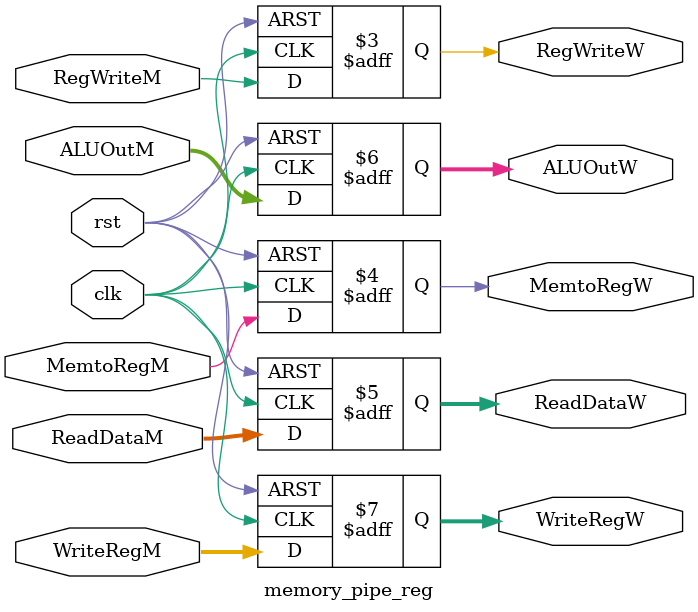
<source format=v>
module memory_pipe_reg (
    input wire          clk,
    input wire          rst,
    input wire          RegWriteM,
    input wire          MemtoRegM,
    input wire [31:0]   ReadDataM,
    input wire [31:0]   ALUOutM,
    input wire [4:0]    WriteRegM,
    output reg          RegWriteW,
    output reg          MemtoRegW,
    output reg [31:0]   ReadDataW,
    output reg [31:0]   ALUOutW,
    output reg [4:0]    WriteRegW
);

always @(posedge clk or negedge rst)
begin
    if(!rst)
    begin
        RegWriteW <= 'b0 ;
        MemtoRegW <= 'b0 ;
        ReadDataW <= 'b0 ;
        ALUOutW   <= 'b0 ;
        WriteRegW <= 'b0 ;
    end
    else
    begin
        RegWriteW <= RegWriteM ;
        MemtoRegW <= MemtoRegM ;
        ReadDataW <= ReadDataM ;
        ALUOutW   <= ALUOutM   ;
        WriteRegW <= WriteRegM ;
    end
end

endmodule
</source>
